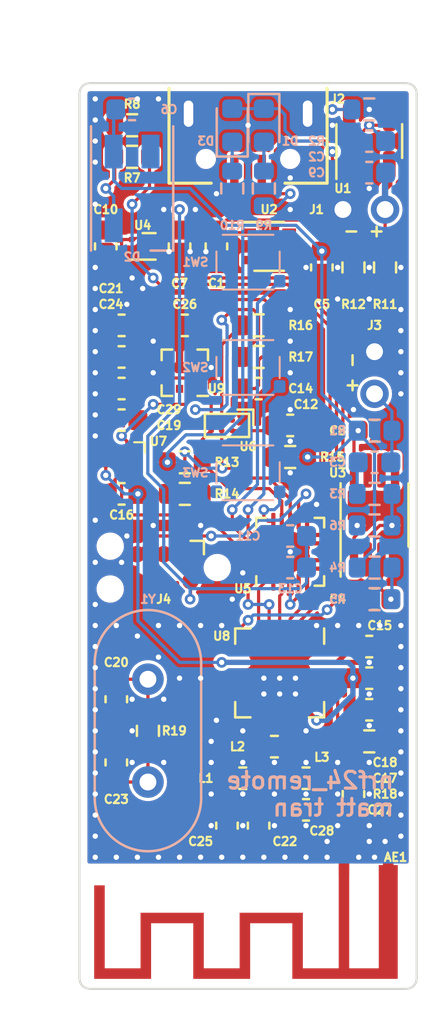
<source format=kicad_pcb>
(kicad_pcb (version 20240108) (generator "pcbnew") (generator_version "8.0")
  (layers (0 "F.Cu" signal) (31 "B.Cu" signal) (34 "B.Paste" user) (35 "F.Paste" user) (36 "B.SilkS" user "B.Silkscreen") (37 "F.SilkS" user "F.Silkscreen") (38 "B.Mask" user) (39 "F.Mask" user) (44 "Edge.Cuts" user))
  (net 0 "")
  (net 1 "GND")
  (net 2 "+BATT")
  (net 3 "+5V")
  (net 4 "Net-(C3-Pad1)")
  (net 5 "Net-(C3-Pad2)")
  (net 6 "Net-(C4-Pad2)")
  (net 7 "+3V3")
  (net 8 "+1V8")
  (net 9 "Net-(C12-Pad1)")
  (net 10 "Net-(C15-Pad1)")
  (net 11 "Net-(C22-Pad2)")
  (net 12 "Net-(C26-Pad1)")
  (net 13 "Net-(C27-Pad1)")
  (net 14 "Net-(D1-Pad1)")
  (net 15 "Net-(D1-Pad2)")
  (net 17 "Net-(D2-Pad4)")
  (net 18 "Net-(D3-Pad1)")
  (net 22 "/UPDI")
  (net 25 "/dbg_tx")
  (net 26 "Net-(L1-Pad1)")
  (net 27 "Net-(L2-Pad2)")
  (net 28 "Net-(R2-Pad1)")
  (net 29 "Net-(R3-Pad2)")
  (net 30 "/mic")
  (net 31 "/led")
  (net 32 "/vbatt_sense")
  (net 33 "/SCL")
  (net 34 "/SDA")
  (net 35 "/SDA_1v8")
  (net 36 "/SCL_1v8")
  (net 37 "Net-(R18-Pad1)")
  (net 38 "/btn0")
  (net 39 "/btn1")
  (net 40 "/btn2")
  (net 41 "/reg_en")
  (net 46 "/MISO")
  (net 47 "/SCK")
  (net 48 "/CSN")
  (net 49 "/CE")
  (net 50 "/IRQ")
  (net 51 "/INT1")
  (net 52 "/MOSI")
  (net 53 "/INT1_1v8")
  (net 58 "/XTAL-")
  (net 59 "/XTAL+")
  (net 60 "/ANT")
  (footprint "Package_DFN_QFN:UDFN-4-1EP_1x1mm_P0.65mm_EP0.48x0.48mm" (layer "F.Cu") (at 135 101.75)
    (property "Reference" "U4")
    (property "Value" "LD39020DTPU18R")
  )
  (footprint "extraparts:NXP_XSON-8" (layer "F.Cu") (at 134 111.75 -90)
    (property "Reference" "U7")
    (property "Value" "74LVC2T45GT")
  )
  (footprint "Inductor_SMD:L_0603_1608Metric" (layer "F.Cu") (at 141.25 125.5)
    (property "Reference" "L2")
    (property "Value" "8n2")
  )
  (footprint "Capacitor_SMD:C_0603_1608Metric" (layer "F.Cu") (at 139 129.25 90)
    (property "Reference" "C25")
    (property "Value" "4p7")
  )
  (footprint "Resistor_SMD:R_0603_1608Metric" (layer "F.Cu") (at 145 102.75 90)
    (property "Reference" "R12")
    (property "Value" "10M")
  )
  (footprint "Capacitor_SMD:C_0603_1608Metric" (layer "F.Cu") (at 143.5 102.75 -90)
    (property "Reference" "C5")
    (property "Value" "1u")
  )
  (footprint "Resistor_SMD:R_0603_1608Metric" (layer "F.Cu") (at 145.75 125.25)
    (property "Reference" "R18")
    (property "Value" "22k")
  )
  (footprint "Package_TO_SOT_SMD:SOT-23-5" (layer "F.Cu") (at 145.75 96.75 90)
    (property "Reference" "U1")
    (property "Value" "MCP73831-2-OT")
  )
  (footprint "Resistor_SMD:R_0603_1608Metric" (layer "F.Cu") (at 137 112)
    (property "Reference" "R13")
    (property "Value" "2k2")
  )
  (footprint "Capacitor_SMD:C_0603_1608Metric" (layer "F.Cu") (at 134 108.5 180)
    (property "Reference" "C29")
    (property "Value" "100n")
  )
  (footprint "Capacitor_SMD:C_0603_1608Metric" (layer "F.Cu") (at 145.75 122.25)
    (property "Reference" "C18")
    (property "Value" "1n")
  )
  (footprint "extraparts:USB_Micro-B_U254-05" (layer "F.Cu") (at 140 94 180)
    (property "Reference" "J2")
    (property "Value" "charge")
  )
  (footprint "Capacitor_SMD:C_0603_1608Metric" (layer "F.Cu") (at 134 107 180)
    (property "Reference" "C24")
    (property "Value" "100n")
  )
  (footprint "Capacitor_SMD:C_0603_1608Metric" (layer "F.Cu") (at 145.75 123.75)
    (property "Reference" "C17")
    (property "Value" "10n")
  )
  (footprint "Resistor_SMD:R_0603_1608Metric" (layer "F.Cu") (at 135.25 124.75 -90)
    (property "Reference" "R19")
    (property "Value" "1M")
  )
  (footprint "Connector_PinHeader_2.00mm:PinHeader_1x02_P2.00mm_Vertical" (layer "F.Cu") (at 146 106.75)
    (property "Reference" "J3")
    (property "Value" "mic")
  )
  (footprint "Package_DFN_QFN:VQFN-20-1EP_3x3mm_P0.4mm_EP1.7x1.7mm" (layer "F.Cu") (at 142 116.25 90)
    (property "Reference" "U5")
    (property "Value" "ATtiny1616-M")
  )
  (footprint "Capacitor_SMD:C_0603_1608Metric" (layer "F.Cu") (at 137 105.5 180)
    (property "Reference" "C26")
    (property "Value" "220n")
  )
  (footprint "Inductor_SMD:L_0603_1608Metric" (layer "F.Cu") (at 139.75 127 180)
    (property "Reference" "L1")
    (property "Value" "2n7")
  )
  (footprint "Package_TO_SOT_SMD:SOT-353_SC-70-5" (layer "F.Cu") (at 141 101.75)
    (property "Reference" "U2")
    (property "Value" "MIC5365-3.3YC5")
  )
  (footprint "Capacitor_SMD:C_0603_1608Metric" (layer "F.Cu") (at 142 110.25)
    (property "Reference" "C12")
    (property "Value" "100n")
  )
  (footprint "Package_DFN_QFN:QFN-20-1EP_4x4mm_P0.5mm_EP2.5x2.5mm" (layer "F.Cu") (at 141.5 122 -90)
    (property "Reference" "U8")
    (property "Value" "nRF24L01P")
  )
  (footprint "Resistor_SMD:R_0603_1608Metric" (layer "F.Cu") (at 146.5 102.75 -90)
    (property "Reference" "R11")
    (property "Value" "10M")
  )
  (footprint "Capacitor_SMD:C_0603_1608Metric" (layer "F.Cu") (at 140.5 129.25 90)
    (property "Reference" "C22")
    (property "Value" "2n2")
  )
  (footprint "Resistor_SMD:R_0603_1608Metric" (layer "F.Cu") (at 137 113.5)
    (property "Reference" "R14")
    (property "Value" "2k2")
  )
  (footprint "RF_Antenna:Texas_SWRA117D_2.4GHz_Right" (layer "F.Cu") (at 144.55 131.375 180)
    (property "Reference" "AE1")
    (property "Value" "2.4GHz")
  )
  (footprint "Resistor_SMD:R_0603_1608Metric" (layer "F.Cu") (at 140.5 105.5 180)
    (property "Reference" "R16")
    (property "Value" "2k2")
  )
  (footprint "Capacitor_SMD:C_0603_1608Metric" (layer "F.Cu") (at 146 110.5)
    (property "Reference" "C8")
    (property "Value" "100n")
  )
  (footprint "Capacitor_SMD:C_0603_1608Metric" (layer "F.Cu") (at 134 113.5 180)
    (property "Reference" "C16")
    (property "Value" "100n")
  )
  (footprint "Resistor_SMD:R_0603_1608Metric" (layer "F.Cu") (at 134.5 97.5 180)
    (property "Reference" "R7")
    (property "Value" "2k2")
  )
  (footprint "Capacitor_SMD:C_0603_1608Metric" (layer "F.Cu") (at 145.75 120.75)
    (property "Reference" "C15")
    (property "Value" "33n")
  )
  (footprint "Capacitor_SMD:C_0603_1608Metric" (layer "F.Cu") (at 145 127.75 -90)
    (property "Reference" "C27")
    (property "Value" "1p5")
  )
  (footprint "Resistor_SMD:R_0603_1608Metric" (layer "F.Cu") (at 140.5 107 180)
    (property "Reference" "R17")
    (property "Value" "2k2")
  )
  (footprint "Package_SO:MSOP-8_3x3mm_P0.65mm" (layer "F.Cu") (at 146 114.5 90)
    (property "Reference" "U3")
    (property "Value" "MCP6L02x-xMS")
  )
  (footprint "Connector:Tag-Connect_TC2030-IDC-NL_2x03_P1.27mm_Vertical" (layer "F.Cu") (at 136 117 180)
    (property "Reference" "J4")
    (property "Value" "UPDI/UART")
  )
  (footprint "Capacitor_SMD:C_0603_1608Metric" (layer "F.Cu") (at 133.25 101.75 -90)
    (property "Reference" "C10")
    (property "Value" "1u")
  )
  (footprint "Capacitor_SMD:C_0603_1608Metric" (layer "F.Cu") (at 133.75 126.25 90)
    (property "Reference" "C23")
    (property "Value" "22p")
  )
  (footprint "Capacitor_SMD:C_0603_1608Metric" (layer "F.Cu") (at 138.5 101.75 -90)
    (property "Reference" "C1")
    (property "Value" "1u")
  )
  (footprint "Resistor_SMD:R_0603_1608Metric" (layer "F.Cu") (at 142 111.75 180)
    (property "Reference" "R15")
    (property "Value" "220k")
  )
  (footprint "Connector_PinHeader_2.00mm:PinHeader_1x02_P2.00mm_Vertical" (layer "F.Cu") (at 144.5 100 90)
    (property "Reference" "J1")
    (property "Value" "lipo")
  )
  (footprint "Resistor_SMD:R_0603_1608Metric" (layer "F.Cu") (at 134.5 96)
    (property "Reference" "R8")
    (property "Value" "10k")
  )
  (footprint "Capacitor_SMD:C_0603_1608Metric" (layer "F.Cu") (at 134 110 180)
    (property "Reference" "C19")
    (property "Value" "100n")
  )
  (footprint "Capacitor_SMD:C_0603_1608Metric" (layer "F.Cu") (at 142.75 128.5 180)
    (property "Reference" "C28")
    (property "Value" "1p")
  )
  (footprint "Capacitor_SMD:C_0603_1608Metric" (layer "F.Cu") (at 133.75 123.25 -90)
    (property "Reference" "C20")
    (property "Value" "22p")
  )
  (footprint "Capacitor_SMD:C_0603_1608Metric" (layer "F.Cu") (at 146 118.5)
    (property "Reference" "C4")
    (property "Value" "100n")
  )
  (footprint "Capacitor_SMD:C_0603_1608Metric" (layer "F.Cu") (at 136.75 101.75 -90)
    (property "Reference" "C7")
    (property "Value" "1u")
  )
  (footprint "Package_BGA:Texas_DSBGA-8_0.9x1.9mm_Layout2x4_P0.5mm" (layer "F.Cu") (at 139 110.25 -90)
    (property "Reference" "U6")
    (property "Value" "LSF0102YZT")
  )
  (footprint "Capacitor_SMD:C_0603_1608Metric" (layer "F.Cu") (at 134 105.5 180)
    (property "Reference" "C21")
    (property "Value" "10u")
  )
  (footprint "Capacitor_SMD:C_0603_1608Metric" (layer "F.Cu") (at 140.5 108.5)
    (property "Reference" "C14")
    (property "Value" "100n")
  )
  (footprint "Package_LGA:LGA-12_2x2mm_P0.5mm" (layer "F.Cu") (at 137 107.75 180)
    (property "Reference" "U9")
    (property "Value" "LSM303AH")
  )
  (footprint "Inductor_SMD:L_0603_1608Metric" (layer "F.Cu") (at 142.75 127)
    (property "Reference" "L3")
    (property "Value" "3n9")
  )
  (footprint "Resistor_SMD:R_0603_1608Metric" (layer "B.Cu") (at 145.75 95.25)
    (property "Reference" "R2")
    (property "Value" "2k2")
  )
  (footprint "extraparts:SW_SPST_EVPAF" (layer "B.Cu") (at 140 107.5 180)
    (property "Reference" "SW2")
    (property "Value" "BTN1")
  )
  (footprint "Capacitor_SMD:C_0603_1608Metric" (layer "B.Cu") (at 134.5 95.25)
    (property "Reference" "C6")
    (property "Value" "100n")
  )
  (footprint "Resistor_SMD:R_0603_1608Metric" (layer "B.Cu") (at 139.25 99 -90)
    (property "Reference" "R10")
    (property "Value" "2k2")
  )
  (footprint "Capacitor_SMD:C_0603_1608Metric" (layer "B.Cu") (at 145.75 98.25 180)
    (property "Reference" "C9")
    (property "Value" "10u")
  )
  (footprint "Resistor_SMD:R_0603_1608Metric" (layer "B.Cu") (at 146 117)
    (property "Reference" "R4")
    (property "Value" "100k")
  )
  (footprint "LED_SMD:LED_SK6812MINI_PLCC4_3.5x3.5mm_P1.75mm" (layer "B.Cu") (at 134.5 99 -90)
    (property "Reference" "D2")
    (property "Value" "WS2812B")
  )
  (footprint "Capacitor_SMD:C_0603_1608Metric" (layer "B.Cu") (at 142 115.5 180)
    (property "Reference" "C11")
    (property "Value" "1u")
  )
  (footprint "Crystal:Crystal_HC49-4H_Vertical" (layer "B.Cu") (at 135.25 122.3 -90)
    (property "Reference" "Y1")
    (property "Value" "16MHz")
  )
  (footprint "Capacitor_SMD:C_0603_1608Metric" (layer "B.Cu") (at 145.75 96.75 180)
    (property "Reference" "C2")
    (property "Value" "10u")
  )
  (footprint "LED_SMD:LED_0603_1608Metric" (layer "B.Cu") (at 140.75 96 -90)
    (property "Reference" "D1")
    (property "Value" "CHRG")
  )
  (footprint "LED_SMD:LED_0603_1608Metric" (layer "B.Cu") (at 139.25 96 90)
    (property "Reference" "D3")
    (property "Value" "FULL")
  )
  (footprint "Resistor_SMD:R_0603_1608Metric" (layer "B.Cu") (at 140.75 99 -90)
    (property "Reference" "R9")
    (property "Value" "2k2")
  )
  (footprint "Resistor_SMD:R_0603_1608Metric" (layer "B.Cu") (at 146 113.5)
    (property "Reference" "R3")
    (property "Value" "47k")
  )
  (footprint "Resistor_SMD:R_0603_1608Metric" (layer "B.Cu") (at 146 110.5)
    (property "Reference" "R1")
    (property "Value" "10k")
  )
  (footprint "Capacitor_SMD:C_0603_1608Metric" (layer "B.Cu") (at 146 112)
    (property "Reference" "C3")
    (property "Value" "1u")
  )
  (footprint "Resistor_SMD:R_0603_1608Metric" (layer "B.Cu") (at 146 118.5 180)
    (property "Reference" "R5")
    (property "Value" "47k")
  )
  (footprint "Capacitor_SMD:C_0603_1608Metric" (layer "B.Cu") (at 142 117 180)
    (property "Reference" "C13")
    (property "Value" "100n")
  )
  (footprint "extraparts:SW_SPST_EVPAF" (layer "B.Cu") (at 140 112.5 180)
    (property "Reference" "SW3")
    (property "Value" "BTN2")
  )
  (footprint "extraparts:SW_SPST_EVPAF" (layer "B.Cu") (at 140 102.5 180)
    (property "Reference" "SW1")
    (property "Value" "BTN0")
  )
  (footprint "Resistor_SMD:R_0603_1608Metric" (layer "B.Cu") (at 146 115 180)
    (property "Reference" "R6")
    (property "Value" "1M")
  )
  (gr_arc (start 132.5 137) (mid 132.146447 136.853553) (end 132 136.5) (stroke (width 0.1)) (layer "Edge.Cuts"))
  (gr_arc (start 147.5 94) (mid 147.853553 94.146447) (end 148 94.5) (stroke (width 0.1)) (layer "Edge.Cuts"))
  (gr_line (start 148 94.5) (end 148 136.5) (stroke (width 0.1)) (layer "Edge.Cuts"))
  (gr_line (start 132.5 94) (end 147.5 94) (stroke (width 0.1)) (layer "Edge.Cuts"))
  (gr_arc (start 148 136.5) (mid 147.853553 136.853553) (end 147.5 137) (stroke (width 0.1)) (layer "Edge.Cuts"))
  (gr_arc (start 132 94.5) (mid 132.146447 94.146447) (end 132.5 94) (stroke (width 0.1)) (layer "Edge.Cuts"))
  (gr_line (start 132 136.5) (end 132 94.5) (stroke (width 0.1)) (layer "Edge.Cuts"))
  (gr_line (start 132.5 137) (end 147.5 137) (stroke (width 0.1)) (layer "Edge.Cuts"))
  (gr_text "nrf24_remote\nmatt tran" (at 147 127.75 0) (layer "B.SilkS") (effects (font (size 0.8 0.8)) (justify left mirror)))
  (gr_text "- +" (at 145.5 101 0) (layer "F.SilkS") (effects (font (size 0.6 0.6) (thickness 0.12))))
  (gr_text "- +" (at 145 107.75 270) (layer "F.SilkS") (effects (font (size 0.6 0.6) (thickness 0.12))))
  (segment (start 146.65 131.375) (end 146.65 130.65) (width 0.5) (layer "F.Cu") (net 1))
  (via (at 132.75 102.75) (size 0.508) (drill 0.254) (layers "F.Cu" "B.Cu") (net 1))
  (via (at 135.75 94.75) (size 0.508) (drill 0.254) (layers "F.Cu" "B.Cu") (net 1))
  (via (at 136.75 122.25) (size 0.508) (drill 0.254) (layers "F.Cu" "B.Cu") (net 1))
  (via (at 145.75 123) (size 0.508) (drill 0.254) (layers "F.Cu" "B.Cu") (net 1))
  (via (at 142 116.25) (size 0.508) (drill 0.254) (layers "F.Cu" "B.Cu") (net 1))
  (via (at 132.75 104.75) (size 0.508) (drill 0.254) (layers "F.Cu" "B.Cu") (net 1))
  (via (at 133.75 130.75) (size 0.508) (drill 0.254) (layers "F.Cu" "B.Cu") (net 1))
  (via (at 132.75 99.75) (size 0.508) (drill 0.254) (layers "F.Cu" "B.Cu") (net 1))
  (via (at 142 111) (size 0.508) (drill 0.254) (layers "F.Cu" "B.Cu") (net 1))
  (via (at 132.75 125.75) (size 0.508) (drill 0.254) (layers "F.Cu" "B.Cu") (net 1))
  (via (at 142 109.5) (size 0.508) (drill 0.254) (layers "F.Cu" "B.Cu") (net 1))
  (via (at 133.75 119.75) (size 0.508) (drill 0.254) (layers "F.Cu" "B.Cu") (net 1))
  (via (at 145.75 102.75) (size 0.508) (drill 0.254) (layers "F.Cu" "B.Cu") (net 1))
  (via (at 142 107.75) (size 0.508) (drill 0.254) (layers "F.Cu" "B.Cu") (net 1))
  (via (at 147.25 123.75) (size 0.508) (drill 0.254) (layers "F.Cu" "B.Cu") (net 1))
  (via (at 142.75 124.75) (size 0.508) (drill 0.254) (layers "F.Cu" "B.Cu") (net 1))
  (via (at 140 96) (size 0.508) (drill 0.254) (layers "F.Cu" "B.Cu") (net 1))
  (via (at 135 103.75) (size 0.508) (drill 0.254) (layers "F.Cu" "B.Cu") (net 1))
  (via (at 135.5 106.25) (size 0.508) (drill 0.254) (layers "F.Cu" "B.Cu") (net 1))
  (via (at 138 102) (size 0.508) (drill 0.254) (layers "F.Cu" "B.Cu") (net 1))
  (via (at 134.75 120.25) (size 0.508) (drill 0.254) (layers "F.Cu" "B.Cu") (net 1))
  (via (at 145.75 124.5) (size 0.508) (drill 0.254) (layers "F.Cu" "B.Cu") (net 1))
  (via (at 147.25 108.75) (size 0.508) (drill 0.254) (layers "F.Cu" "B.Cu") (net 1))
  (via (at 132.75 127.75) (size 0.508) (drill 0.254) (layers "F.Cu" "B.Cu") (net 1))
  (via (at 147.25 127.75) (size 0.508) (drill 0.254) (layers "F.Cu" "B.Cu") (net 1))
  (via (at 142.75 127.75) (size 0.508) (drill 0.254) (layers "F.Cu" "B.Cu") (net 1))
  (via (at 141.25 127.75) (size 0.508) (drill 0.254) (layers "F.Cu" "B.Cu") (net 1))
  (via (at 143.75 130.75) (size 0.508) (drill 0.254) (layers "F.Cu" "B.Cu") (net 1))
  (via (at 140.75 122.25) (size 0.508) (drill 0.254) (layers "F.Cu" "B.Cu") (net 1))
  (via (at 147.25 105.75) (size 0.508) (drill 0.254) (layers "F.Cu" "B.Cu") (net 1))
  (via (at 142.25 123) (size 0.508) (drill 0.254) (layers "F.Cu" "B.Cu") (net 1))
  (via (at 136.75 119.75) (size 0.508) (drill 0.254) (layers "F.Cu" "B.Cu") (net 1))
  (via (at 141.25 129.25) (size 0.508) (drill 0.254) (layers "F.Cu" "B.Cu") (net 1))
  (via (at 134.25 115.5) (size 0.508) (drill 0.254) (layers "F.Cu" "B.Cu") (net 1))
  (via (at 138.25 107.5) (size 0.508) (drill 0.254) (layers "F.Cu" "B.Cu") (net 1))
  (via (at 132.75 105.75) (size 0.508) (drill 0.254) (layers "F.Cu" "B.Cu") (net 1))
  (via (at 145.75 99) (size 0.508) (drill 0.254) (layers "F.Cu" "B.Cu") (net 1))
  (via (at 139.75 129.25) (size 0.508) (drill 0.254) (layers "F.Cu" "B.Cu") (net 1))
  (via (at 136.75 130.75) (size 0.508) (drill 0.254) (layers "F.Cu" "B.Cu") (net 1))
  (via (at 144.25 129.25) (size 0.508) (drill 0.254) (layers "F.Cu" "B.Cu") (net 1))
  (via (at 141.5 123) (size 0.508) (drill 0.254) (layers "F.Cu" "B.Cu") (net 1))
  (via (at 142 100) (size 0.508) (drill 0.254) (layers "F.Cu" "B.Cu") (net 1))
  (via (at 146.5 130) (size 0.508) (drill 0.254) (layers "F.Cu" "B.Cu") (net 1))
  (via (at 132.75 120.75) (size 0.508) (drill 0.254) (layers "F.Cu" "B.Cu") (net 1))
  (via (at 147.25 106.75) (size 0.508) (drill 0.254) (layers "F.Cu" "B.Cu") (net 1))
  (via (at 134.5 126.25) (size 0.508) (drill 0.254) (layers "F.Cu" "B.Cu") (net 1))
  (via (at 132.75 119.75) (size 0.508) (drill 0.254) (layers "F.Cu" "B.Cu") (net 1))
  (via (at 147.25 121.75) (size 0.508) (drill 0.254) (layers "F.Cu" "B.Cu") (net 1))
  (via (at 139.75 126.25) (size 0.508) (drill 0.254) (layers "F.Cu" "B.Cu") (net 1))
  (via (at 136.25 102) (size 0.508) (drill 0.254) (layers "F.Cu" "B.Cu") (net 1))
  (via (at 138.25 129.25) (size 0.508) (drill 0.254) (layers "F.Cu" "B.Cu") (net 1))
  (via (at 145.75 95.25) (size 0.508) (drill 0.254) (layers "F.Cu" "B.Cu") (net 1))
  (via (at 135.75 121.25) (size 0.508) (drill 0.254) (layers "F.Cu" "B.Cu") (net 1))
  (via (at 141.75 130.75) (size 0.508) (drill 0.254) (layers "F.Cu" "B.Cu") (net 1))
  (via (at 136 126.25) (size 0.508) (drill 0.254) (layers "F.Cu" "B.Cu") (net 1))
  (via (at 138.75 130.75) (size 0.508) (drill 0.254) (layers "F.Cu" "B.Cu") (net 1))
  (via (at 138.5 124.25) (size 0.508) (drill 0.254) (layers "F.Cu" "B.Cu") (net 1))
  (via (at 135.5 115) (size 0.508) (drill 0.254) (layers "F.Cu" "B.Cu") (net 1))
  (via (at 147.25 122.75) (size 0.508) (drill 0.254) (layers "F.Cu" "B.Cu") (net 1))
  (via (at 144.25 127.75) (size 0.508) (drill 0.254) (layers "F.Cu" "B.Cu") (net 1))
  (via (at 145 109.5) (size 0.508) (drill 0.254) (layers "F.Cu" "B.Cu") (net 1))
  (via (at 137.75 130.75) (size 0.508) (drill 0.254) (layers "F.Cu" "B.Cu") (net 1))
  (via (at 137.75 122.25) (size 0.508) (drill 0.254) (layers "F.Cu" "B.Cu") (net 1))
  (via (at 140.75 123) (size 0.508) (drill 0.254) (layers "F.Cu" "B.Cu") (net 1))
  (via (at 132.75 94.75) (size 0.508) (drill 0.254) (layers "F.Cu" "B.Cu") (net 1))
  (via (at 139.75 117.25) (size 0.508) (drill 0.254) (layers "F.Cu" "B.Cu") (net 1))
  (via (at 142.75 129.25) (size 0.508) (drill 0.254) (layers "F.Cu" "B.Cu") (net 1))
  (via (at 144.25 126.25) (size 0.508) (drill 0.254) (layers "F.Cu" "B.Cu") (net 1))
  (via (at 142.75 102.75) (size 0.508) (drill 0.254) (layers "F.Cu" "B.Cu") (net 1))
  (via (at 144.25 104.25) (size 0.508) (drill 0.254) (layers "F.Cu" "B.Cu") (net 1))
  (via (at 147.25 102.75) (size 0.508) (drill 0.254) (layers "F.Cu" "B.Cu") (net 1))
  (via (at 142.75 130.75) (size 0.508) (drill 0.254) (layers "F.Cu" "B.Cu") (net 1))
  (via (at 144.25 119.75) (size 0.508) (drill 0.254) (layers "F.Cu" "B.Cu") (net 1))
  (via (at 145.75 130) (size 0.508) (drill 0.254) (layers "F.Cu" "B.Cu") (net 1))
  (via (at 132.75 129.75) (size 0.508) (drill 0.254) (layers "F.Cu" "B.Cu") (net 1))
  (via (at 136 100) (size 0.508) (drill 0.254) (layers "F.Cu" "B.Cu") (net 1))
  (via (at 143.75 130) (size 0.508) (drill 0.254) (layers "F.Cu" "B.Cu") (net 1))
  (via (at 146 130.75) (size 0.508) (drill 0.254) (layers "F.Cu" "B.Cu") (net 1))
  (via (at 132.75 126.75) (size 0.508) (drill 0.254) (layers "F.Cu" "B.Cu") (net 1))
  (via (at 145.75 121.5) (size 0.508) (drill 0.254) (layers "F.Cu" "B.Cu") (net 1))
  (via (at 145.75 127.75) (size 0.508) (drill 0.254) (layers "F.Cu" "B.Cu") (net 1))
  (via (at 139.25 118.5) (size 0.508) (drill 0.254) (layers "F.Cu" "B.Cu") (net 1))
  (via (at 144.25 102.75) (size 0.508) (drill 0.254) (layers "F.Cu" "B.Cu") (net 1))
  (via (at 132.75 116.75) (size 0.508) (drill 0.254) (layers "F.Cu" "B.Cu") (net 1))
  (via (at 132.75 96.75) (size 0.508) (drill 0.254) (layers "F.Cu" "B.Cu") (net 1))
  (via (at 132.75 128.75) (size 0.508) (drill 0.254) (layers "F.Cu" "B.Cu") (net 1))
  (via (at 147.25 107.75) (size 0.508) (drill 0.254) (layers "F.Cu" "B.Cu") (net 1))
  (via (at 135.5 107.75) (size 0.508) (drill 0.254) (layers "F.Cu" "B.Cu") (net 1))
  (via (at 139.75 130.75) (size 0.508) (drill 0.254) (layers "F.Cu" "B.Cu") (net 1))
  (via (at 134.5 123.25) (size 0.508) (drill 0.254) (layers "F.Cu" "B.Cu") (net 1))
  (via (at 136 123.25) (size 0.508) (drill 0.254) (layers "F.Cu" "B.Cu") (net 1))
  (via (at 145.75 129.25) (size 0.508) (drill 0.254) (layers "F.Cu" "B.Cu") (net 1))
  (via (at 138.25 126.25) (size 0.508) (drill 0.254) (layers "F.Cu" "B.Cu") (net 1))
  (via (at 137.75 119.75) (size 0.508) (drill 0.254) (layers "F.Cu" "B.Cu") (net 1))
  (via (at 137.5 100) (size 0.508) (drill 0.254) (layers "F.Cu" "B.Cu") (net 1))
  (via (at 132.75 97.75) (size 0.508) (drill 0.254) (layers "F.Cu" "B.Cu") (net 1))
  (via (at 145.75 126.25) (size 0.508) (drill 0.254) (layers "F.Cu" "B.Cu") (net 1))
  (via (at 141.25 126.25) (size 0.508) (drill 0.254) (layers "F.Cu" "B.Cu") (net 1))
  (via (at 138.5 99.25) (size 0.508) (drill 0.254) (layers "F.Cu" "B.Cu") (net 1))
  (via (at 142 112.5) (size 0.508) (drill 0.254) (layers "F.Cu" "B.Cu") (net 1))
  (via (at 147.25 129.75) (size 0.508) (drill 0.254) (layers "F.Cu" "B.Cu") (net 1))
  (via (at 134.25 104.5) (size 0.508) (drill 0.254) (layers "F.Cu" "B.Cu") (net 1))
  (via (at 132.75 106.75) (size 0.508) (drill 0.254) (layers "F.Cu" "B.Cu") (net 1))
  (via (at 134.75 94.75) (size 0.508) (drill 0.254) (layers "F.Cu" "B.Cu") (net 1))
  (via (at 132.75 109.75) (size 0.508) (drill 0.254) (layers "F.Cu" "B.Cu") (net 1))
  (via (at 134.75 130.75) (size 0.508) (drill 0.254) (layers "F.Cu" "B.Cu") (net 1))
  (via (at 137.75 115) (size 0.508) (drill 0.254) (layers "F.Cu" "B.Cu") (net 1))
  (via (at 132.75 114.75) (size 0.508) (drill 0.254) (layers "F.Cu" "B.Cu") (net 1))
  (via (at 132.75 118.75) (size 0.508) (drill 0.254) (layers "F.Cu" "B.Cu") (net 1))
  (via (at 134 116.75) (size 0.508) (drill 0.254) (layers "F.Cu" "B.Cu") (net 1))
  (via (at 132.75 110.75) (size 0.508) (drill 0.254) (layers "F.Cu" "B.Cu") (net 1))
  (via (at 138.25 127.75) (size 0.508) (drill 0.254) (layers "F.Cu" "B.Cu") (net 1))
  (via (at 143.25 119.75) (size 0.508) (drill 0.254) (layers "F.Cu" "B.Cu") (net 1))
  (via (at 142 98.5) (size 0.508) (drill 0.254) (layers "F.Cu" "B.Cu") (net 1))
  (via (at 138.75 119.75) (size 0.508) (drill 0.254) (layers "F.Cu" "B.Cu") (net 1))
  (via (at 139.75 127.75) (size 0.508) (drill 0.254) (layers "F.Cu" "B.Cu") (net 1))
  (via (at 147.25 124.75) (size 0.508) (drill 0.254) (layers "F.Cu" "B.Cu") (net 1))
  (via (at 147.25 119.75) (size 0.508) (drill 0.254) (layers "F.Cu" "B.Cu") (net 1))
  (via (at 132.75 108.75) (size 0.508) (drill 0.254) (layers "F.Cu" "B.Cu") (net 1))
  (via (at 134.5 124.75) (size 0.508) (drill 0.254) (layers "F.Cu" "B.Cu") (net 1))
  (via (at 139.75 124.75) (size 0.508) (drill 0.254) (layers "F.Cu" "B.Cu") (net 1))
  (via (at 138.25 125.25) (size 0.508) (drill 0.254) (layers "F.Cu" "B.Cu") (net 1))
  (via (at 135.75 130.75) (size 0.508) (drill 0.254) (layers "F.Cu" "B.Cu") (net 1))
  (via (at 143.25 114) (size 0.508) (drill 0.254) (layers "F.Cu" "B.Cu") (net 1))
  (via (at 142.75 126.25) (size 0.508) (drill 0.254) (layers "F.Cu" "B.Cu") (net 1))
  (via (at 132.75 121.75) (size 0.508) (drill 0.254) (layers "F.Cu" "B.Cu") (net 1))
  (via (at 132.75 130.75) (size 0.508) (drill 0.254) (layers "F.Cu" "B.Cu") (net 1))
  (via (at 145.25 130.75) (size 0.508) (drill 0.254) (layers "F.Cu" "B.Cu") (net 1))
  (via (at 134.5 103.25) (size 0.508) (drill 0.254) (layers "F.Cu" "B.Cu") (net 1))
  (via (at 142 104.75) (size 0.508) (drill 0.254) (layers "F.Cu" "B.Cu") (net 1))
  (via (at 141.5 122.25) (size 0.508) (drill 0.254) (layers "F.Cu" "B.Cu") (net 1))
  (via (at 140.75 130.75) (size 0.508) (drill 0.254) (layers "F.Cu" "B.Cu") (net 1))
  (via (at 146.25 119.75) (size 0.508) (drill 0.254) (layers "F.Cu" "B.Cu") (net 1))
  (via (at 132.75 123.75) (size 0.508) (drill 0.254) (layers "F.Cu" "B.Cu") (net 1))
  (via (at 142.25 122.25) (size 0.508) (drill 0.254) (layers "F.Cu" "B.Cu") (net 1))
  (via (at 132.75 95.75) (size 0.508) (drill 0.254) (layers "F.Cu" "B.Cu") (net 1))
  (via (at 147.25 120.75) (size 0.508) (drill 0.254) (layers "F.Cu" "B.Cu") (net 1))
  (via (at 142 106.25) (size 0.508) (drill 0.254) (layers "F.Cu" "B.Cu") (net 1))
  (via (at 144 96) (size 0.508) (drill 0.254) (layers "F.Cu" "B.Cu") (net 1))
  (via (at 147.25 126.75) (size 0.508) (drill 0.254) (layers "F.Cu" "B.Cu") (net 1))
  (via (at 132.75 124.75) (size 0.508) (drill 0.254) (layers "F.Cu" "B.Cu") (net 1))
  (via (at 132.75 103.75) (size 0.508) (drill 0.254) (layers "F.Cu" "B.Cu") (net 1))
  (via (at 132.75 122.75) (size 0.508) (drill 0.254) (layers "F.Cu" "B.Cu") (net 1))
  (via (at 145.75 104.25) (size 0.508) (drill 0.254) (layers "F.Cu" "B.Cu") (net 1))
  (via (at 137.25 102) (size 0.508) (drill 0.254) (layers "F.Cu" "B.Cu") (net 1))
  (via (at 145.25 119.75) (size 0.508) (drill 0.254) (layers "F.Cu" "B.Cu") (net 1))
  (via (at 132.75 107.75) (size 0.508) (drill 0.254) (layers "F.Cu" "B.Cu") (net 1))
  (via (at 147.25 104.75) (size 0.508) (drill 0.254) (layers "F.Cu" "B.Cu") (net 1))
  (via (at 147.25 125.75) (size 0.508) (drill 0.254) (layers "F.Cu" "B.Cu") (net 1))
  (via (at 147.25 128.75) (size 0.508) (drill 0.254) (layers "F.Cu" "B.Cu") (net 1))
  (via (at 135.75 119.75) (size 0.508) (drill 0.254) (layers "F.Cu" "B.Cu") (net 1))
  (segment (start 143.6875 101) (end 143.1875 100.5) (width 0.1524) (layer "F.Cu") (net 2))
  (segment (start 135.54 101.425) (end 135.54 101.21) (width 0.1524) (layer "F.Cu") (net 2))
  (segment (start 146.5 101) (end 146.5 100) (width 0.1524) (layer "F.Cu") (net 2))
  (segment (start 143.1875 100.5) (end 138.975 100.5) (width 0.1524) (layer "F.Cu") (net 2))
  (segment (start 146.5 101) (end 143.6875 101) (width 0.1524) (layer "F.Cu") (net 2))
  (segment (start 140.05 101.1) (end 138.625 101.1) (width 0.1524) (layer "F.Cu") (net 2))
  (segment (start 138.975 100.5) (end 138.5 100.975) (width 0.1524) (layer "F.Cu") (net 2))
  (segment (start 135.775 100.975) (end 136.75 100.975) (width 0.1524) (layer "F.Cu") (net 2))
  (segment (start 137.27 118.48) (end 137.25 118.5) (width 0.1524) (layer "F.Cu") (net 2))
  (segment (start 146.5 101.925) (end 146.5 101) (width 0.1524) (layer "F.Cu") (net 2))
  (segment (start 135.54 101.21) (end 135.775 100.975) (width 0.1524) (layer "F.Cu") (net 2))
  (segment (start 138.625 101.1) (end 138.5 100.975) (width 0.1524) (layer "F.Cu") (net 2))
  (segment (start 146.7 98.8) (end 146.5 99) (width 0.3) (layer "F.Cu") (net 2))
  (segment (start 136.75 100.975) (end 136.75 100) (width 0.1524) (layer "F.Cu") (net 2))
  (segment (start 146.5 99) (end 146.5 100) (width 0.3) (layer "F.Cu") (net 2))
  (segment (start 142.4 118.35) (end 142 118.75) (width 0.1524) (layer "F.Cu") (net 2))
  (segment (start 137.27 117.635) (end 137.27 118.48) (width 0.1524) (layer "F.Cu") (net 2))
  (segment (start 142.4 117.7) (end 142.4 118.35) (width 0.1524) (layer "F.Cu") (net 2))
  (segment (start 146.7 97.8875) (end 146.7 98.8) (width 0.3) (layer "F.Cu") (net 2))
  (segment (start 138.5 100.975) (end 136.75 100.975) (width 0.1524) (layer "F.Cu") (net 2))
  (via (at 136.75 100) (size 0.508) (drill 0.254) (layers "F.Cu" "B.Cu") (net 2))
  (via (at 137.25 118.5) (size 0.508) (drill 0.254) (layers "F.Cu" "B.Cu") (net 2))
  (via (at 142 118.75) (size 0.508) (drill 0.254) (layers "F.Cu" "B.Cu") (net 2))
  (segment (start 146.5 100) (end 146.5 98.275) (width 0.3) (layer "B.Cu") (net 2))
  (segment (start 146.5 98.275) (end 146.525 98.25) (width 0.3) (layer "B.Cu") (net 2))
  (segment (start 142 118) (end 142.5 118) (width 0.1524) (layer "B.Cu") (net 2))
  (segment (start 135.2449 112.537631) (end 136 113.292731) (width 0.1524) (layer "B.Cu") (net 2))
  (segment (start 136.75 109.25) (end 135.2449 110.7551) (width 0.1524) (layer "B.Cu") (net 2))
  (segment (start 136 116.75) (end 137.25 118) (width 0.1524) (layer "B.Cu") (net 2))
  (segment (start 142.5 118) (end 142.775 117.725) (width 0.1524) (layer "B.Cu") (net 2))
  (segment (start 135.2449 110.7551) (end 135.2449 112.537631) (width 0.1524) (layer "B.Cu") (net 2))
  (segment (start 137.25 118) (end 142 118) (width 0.1524) (layer "B.Cu") (net 2))
  (segment (start 137.25 118.5) (end 137.25 118) (width 0.1524) (layer "B.Cu") (net 2))
  (segment (start 142.775 117) (end 142.775 115.5) (width 0.1524) (layer "B.Cu") (net 2))
  (segment (start 136.75 100) (end 136.75 109.25) (width 0.1524) (layer "B.Cu") (net 2))
  (segment (start 142 118) (end 142 118.75) (width 0.1524) (layer "B.Cu") (net 2))
  (segment (start 136 113.292731) (end 136 116.75) (width 0.1524) (layer "B.Cu") (net 2))
  (segment (start 142.775 117.725) (end 142.775 117) (width 0.1524) (layer "B.Cu") (net 2))
  (segment (start 142 99.25) (end 141.5 99.25) (width 0.1524) (layer "F.Cu") (net 3))
  (segment (start 141.3 99.05) (end 141.3 98.1) (width 0.1524) (layer "F.Cu") (net 3))
  (segment (start 141.3 98.1) (end 141.3 97.2) (width 0.1524) (layer "F.Cu") (net 3))
  (segment (start 145 96.75) (end 145.75 96) (width 0.1524) (layer "F.Cu") (net 3))
  (segment (start 141.3 97.2) (end 141.75 96.75) (width 0.1524) (layer "F.Cu") (net 3))
  (segment (start 141.5 99.25) (end 141.3 99.05) (width 0.1524) (layer "F.Cu") (net 3))
  (segment (start 141.75 96.75) (end 145 96.75) (width 0.1524) (layer "F.Cu") (net 3))
  (segment (start 145.75 96) (end 146.75 96) (width 0.1524) (layer "F.Cu") (net 3))
  (segment (start 146.75 95.6625) (end 146.7 95.6125) (width 0.1524) (layer "F.Cu") (net 3))
  (segment (start 146.75 96) (end 146.75 95.6625) (width 0.1524) (layer "F.Cu") (net 3))
  (via (at 145.75 96) (size 0.508) (drill 0.254) (layers "F.Cu" "B.Cu") (net 3))
  (via (at 142 99.25) (size 0.508) (drill 0.254) (layers "F.Cu" "B.Cu") (net 3))
  (segment (start 141.425 99.825) (end 140.75 99.825) (width 0.1524) (layer "B.Cu") (net 3))
  (segment (start 142 99.25) (end 141.425 99.825) (width 0.1524) (layer "B.Cu") (net 3))
  (segment (start 146.525 96.75) (end 146.5 96.75) (width 0.1524) (layer "B.Cu") (net 3))
  (segment (start 146.5 96.75) (end 145.75 96) (width 0.1524) (layer "B.Cu") (net 3))
  (segment (start 145.175 113.5) (end 145.175 112.05) (width 0.1524) (layer "B.Cu") (net 4))
  (segment (start 145.175 112.05) (end 145.225 112) (width 0.1524) (layer "B.Cu") (net 4))
  (segment (start 146.825 110.5) (end 146.825 111.95) (width 0.1524) (layer "B.Cu") (net 5))
  (segment (start 146.825 111.95) (end 146.775 112) (width 0.1524) (layer "B.Cu") (net 5))
  (segment (start 146.825 110.5) (end 146.825 109.575) (width 0.1524) (layer "B.Cu") (net 5))
  (segment (start 146.825 109.575) (end 146 108.75) (width 0.1524) (layer "B.Cu") (net 5))
  (segment (start 146.325 116.6125) (end 146.325 118.05) (width 0.1524) (layer "F.Cu") (net 6))
  (segment (start 146.325 118.05) (end 146.775 118.5) (width 0.1524) (layer "F.Cu") (net 6))
  (via (at 146.775 118.5) (size 0.508) (drill 0.254) (layers "F.Cu" "B.Cu") (net 6))
  (segment (start 146.825 117) (end 146.825 118.5) (width 0.1524) (layer "B.Cu") (net 6))
  (segment (start 139.5625 121.5) (end 138.75 121.5) (width 0.25) (layer "F.Cu") (net 7))
  (segment (start 143.4375 122) (end 144.725 122) (width 0.25) (layer "F.Cu") (net 7))
  (segment (start 142.5 101.9714) (end 142.5036 101.975) (width 0.1524) (layer "F.Cu") (net 7))
  (segment (start 136.175 113.5) (end 134.775 113.5) (width 0.1524) (layer "F.Cu") (net 7))
  (segment (start 141.95 101.7) (end 142.2214 101.9714) (width 0.1524) (layer "F.Cu") (net 7))
  (segment (start 145.025 110.7) (end 145.225 110.5) (width 0.1524) (layer "F.Cu") (net 7))
  (segment (start 136.175 113.5) (end 136.175 112) (width 0.1524) (layer "F.Cu") (net 7))
  (segment (start 141.95 101.1) (end 141.95 101.7) (width 0.1524) (layer "F.Cu") (net 7))
  (segment (start 142.5 123.9375) (end 142.9375 123.9375) (width 0.25) (layer "F.Cu") (net 7))
  (segment (start 142.9375 123.9375) (end 143.25 124.25) (width 0.25) (layer "F.Cu") (net 7))
  (segment (start 145.025 112.3875) (end 145.025 110.7) (width 0.1524) (layer "F.Cu") (net 7))
  (segment (start 134.75 113.475) (end 134.775 113.5) (width 0.1524) (layer "F.Cu") (net 7))
  (segment (start 134.75 112.05) (end 134.75 113.475) (width 0.1524) (layer "F.Cu") (net 7))
  (segment (start 144.725 122) (end 144.975 122.25) (width 0.25) (layer "F.Cu") (net 7))
  (segment (start 133.25 112.05) (end 133.25 112.6191) (width 0.1524) (layer "F.Cu") (net 7))
  (segment (start 142.2214 101.9714) (end 142.5 101.9714) (width 0.1524) (layer "F.Cu") (net 7))
  (segment (start 142.5036 101.975) (end 143.5 101.975) (width 0.1524) (layer "F.Cu") (net 7))
  (segment (start 144.975 122.25) (end 144.975 123.75) (width 0.25) (layer "F.Cu") (net 7))
  (via (at 144.975 122.25) (size 0.508) (drill 0.254) (layers "F.Cu" "B.Cu") (net 7))
  (via (at 143.5 101.975) (size 0.508) (drill 0.254) (layers "F.Cu" "B.Cu") (net 7))
  (via (at 133.25 112.6191) (size 0.508) (drill 0.254) (layers "F.Cu" "B.Cu") (net 7))
  (via (at 145.225 110.5) (size 0.508) (drill 0.254) (layers "F.Cu" "B.Cu") (net 7))
  (via (at 143.25 124.25) (size 0.508) (drill 0.254) (layers "F.Cu" "B.Cu") (net 7))
  (via (at 136.175 112) (size 0.508) (drill 0.254) (layers "F.Cu" "B.Cu") (net 7))
  (via (at 134.775 113.5) (size 0.508) (drill 0.254) (layers "F.Cu" "B.Cu") (net 7))
  (via (at 138.75 121.5) (size 0.508) (drill 0.254) (layers "F.Cu" "B.Cu") (net 7))
  (via (at 142.825 111.75) (size 0.508) (drill 0.254) (layers "F.Cu" "B.Cu") (net 7))
  (segment (start 145.175 110.5) (end 145.175 110.425) (width 0.1524) (layer "B.Cu") (net 7))
  (segment (start 146 116.1) (end 146 111.3875) (width 0.1524) (layer "B.Cu") (net 7))
  (segment (start 145.175 116.925) (end 146 116.1) (width 0.1524) (layer "B.Cu") (net 7))
  (segment (start 133.625 97.25) (end 133.625 98.625) (width 0.1524) (layer "B.Cu") (net 7))
  (segment (start 145.175 117) (end 145.175 116.925) (width 0.1524) (layer "B.Cu") (net 7))
  (segment (start 136.175 111.575) (end 137.0548 110.6952) (width 0.1524) (layer "B.Cu") (net 7))
  (segment (start 139 100.75) (end 139.75 100.75) (width 0.1524) (layer "B.Cu") (net 7))
  (segment (start 142.275 100.75) (end 143.5 101.975) (width 0.1524) (layer "B.Cu") (net 7))
  (segment (start 136.175 112) (end 136.175 111.575) (width 0.1524) (layer "B.Cu") (net 7))
  (segment (start 137.25 99) (end 139 100.75) (width 0.1524) (layer "B.Cu") (net 7))
  (segment (start 134.1309 113.5) (end 133.25 112.6191) (width 0.1524) (layer "B.Cu") (net 7))
  (segment (start 136.75 121.5) (end 138.75 121.5) (width 0.1524) (layer "B.Cu") (net 7))
  (segment (start 144.975 122.25) (end 144.975 121.725) (width 0.25) (layer "B.Cu") (net 7))
  (segment (start 134 99) (end 137.25 99) (width 0.1524) (layer "B.Cu") (net 7))
  (segment (start 144.975 121.725) (end 144.75 121.5) (width 0.25) (layer "B.Cu") (net 7))
  (segment (start 134.775 113.5) (end 134.775 119.525) (width 0.1524) (layer "B.Cu") (net 7))
  (segment (start 144.975 123.025) (end 143.75 124.25) (width 0.25) (layer "B.Cu") (net 7))
  (segment (start 145.175 110.5625) (end 145.175 110.5) (width 0.1524) (layer "B.Cu") (net 7))
  (segment (start 139.75 100.75) (end 142.275 100.75) (width 0.1524) (layer "B.Cu") (net 7))
  (segment (start 138.876252 110.6952) (end 139.75 109.821452) (width 0.1524) (layer "B.Cu") (net 7))
  (segment (start 133.625 95.35) (end 133.725 95.25) (width 0.1524) (layer "B.Cu") (net 7))
  (segment (start 144.975 122.25) (end 144.975 123.025) (width 0.25) (layer "B.Cu") (net 7))
  (segment (start 142.825 111.75) (end 144 111.75) (width 0.1524) (layer "B.Cu") (net 7))
  (segment (start 134.775 119.525) (end 136.75 121.5) (width 0.1524) (layer "B.Cu") (net 7))
  (segment (start 137.0548 110.6952) (end 138.876252 110.6952) (width 0.1524) (layer "B.Cu") (net 7))
  (segment (start 146 111.3875) (end 145.175 110.5625) (width 0.1524) (layer "B.Cu") (net 7))
  (segment (start 133.625 98.625) (end 134 99) (width 0.1524) (layer "B.Cu") (net 7))
  (segment (start 143.75 124.25) (end 143.25 124.25) (width 0.25) (layer "B.Cu") (net 7))
  (segment (start 139.75 109.821452) (end 139.75 100.75) (width 0.1524) (layer "B.Cu") (net 7))
  (segment (start 144 111.75) (end 145.175 110.575) (width 0.1524) (layer "B.Cu") (net 7))
  (segment (start 134.775 113.5) (end 134.1309 113.5) (width 0.1524) (layer "B.Cu") (net 7))
  (segment (start 143.5 108.75) (end 143.5 101.975) (width 0.1524) (layer "B.Cu") (net 7))
  (segment (start 145.175 110.425) (end 143.5 108.75) (width 0.1524) (layer "B.Cu") (net 7))
  (segment (start 133.625 97.25) (end 133.625 95.35) (width 0.1524) (layer "B.Cu") (net 7))
  (segment (start 145.175 110.575) (end 145.175 110.5) (width 0.1524) (layer "B.Cu") (net 7))
  (segment (start 144.75 121.5) (end 138.75 121.5) (width 0.25) (layer "B.Cu") (net 7))
  (segment (start 133.275 100.975) (end 133.25 100.975) (width 0.1524) (layer "F.Cu") (net 8))
  (segment (start 134.75 110.025) (end 134.775 110) (width 0.1524) (layer "F.Cu") (net 8))
  (segment (start 136.2375 108) (end 137.7625 108) (width 0.1524) (layer "F.Cu") (net 8))
  (segment (start 140.775 104.275) (end 141.325 104.825) (width 0.1524) (layer "F.Cu") (net 8))
  (segment (start 134.75 111.45) (end 134.75 110.025) (width 0.1524) (layer "F.Cu") (net 8))
  (segment (start 140.5 108.35) (end 140.5 107.15) (width 0.1524) (layer "F.Cu") (net 8))
  (segment (start 141.325 105.5) (end 141.325 107) (width 0.1524) (layer "F.Cu") (net 8))
  (segment (start 140.35 108.5) (end 140.5 108.35) (width 0.1524) (layer "F.Cu") (net 8))
  (segment (start 134.775 110) (end 134.775 105.5) (width 0.1524) (layer "F.Cu") (net 8))
  (segment (start 140.65 107) (end 141.325 107) (width 0.1524) (layer "F.Cu") (net 8))
  (segment (start 134.075 101.425) (end 134 101.5) (width 0.1524) (layer "F.Cu") (net 8))
  (segment (start 141.325 104.825) (end 141.325 105.5) (width 0.1524) (layer "F.Cu") (net 8))
  (segment (start 139.25 110) (end 139.25 108.975) (width 0.1524) (layer "F.Cu") (net 8))
  (segment (start 133.8 101.5) (end 133.275 100.975) (width 0.1524) (layer "F.Cu") (net 8))
  (segment (start 139.25 108.975) (end 139.725 108.5) (width 0.1524) (layer "F.Cu") (net 8))
  (segment (start 134.775 104.275) (end 140.775 104.275) (width 0.1524) (layer "F.Cu") (net 8))
  (segment (start 136.2375 108) (end 136.2375 108.5) (width 0.1524) (layer "F.Cu") (net 8))
  (segment (start 139.725 108.5) (end 140.35 108.5) (width 0.1524) (layer "F.Cu") (net 8))
  (segment (start 136.2375 108.5) (end 134.775 108.5) (width 0.1524) (layer "F.Cu") (net 8))
  (segment (start 134.46 101.425) (end 134.075 101.425) (width 0.1524) (layer "F.Cu") (net 8))
  (segment (start 134 101.5) (end 133.8 101.5) (width 0.1524) (layer "F.Cu") (net 8))
  (segment (start 140.5 107.15) (end 140.65 107) (width 0.1524) (layer "F.Cu") (net 8))
  (segment (start 134.775 104.275) (end 134.775 105.5) (width 0.1524) (layer "F.Cu") (net 8))
  (segment (start 134 101.5) (end 134 103.5) (width 0.1524) (layer "F.Cu") (net 8))
  (segment (start 134 103.5) (end 134.775 104.275) (width 0.1524) (layer "F.Cu") (net 8))
  (segment (start 140.975 110.5) (end 141.225 110.25) (width 0.1524) (layer "F.Cu") (net 9))
  (segment (start 141.175 110.3) (end 141.225 110.25) (width 0.1524) (layer "F.Cu") (net 9))
  (segment (start 139.75 110.5) (end 140.975 110.5) (width 0.1524) (layer "F.Cu") (net 9))
  (segment (start 141.175 111.75) (end 141.175 110.3) (width 0.1524) (layer "F.Cu") (net 9))
  (segment (start 139.25 110.5) (end 139.75 110.5) (width 0.1524) (layer "F.Cu") (net 9))
  (segment (start 143.4375 121.5) (end 144.225 121.5) (width 0.25) (layer "F.Cu") (net 10))
  (segment (start 144.225 121.5) (end 144.975 120.75) (width 0.25) (layer "F.Cu") (net 10))
  (segment (start 139.269607 124.230393) (end 139.255393 124.244607) (width 0.25) (layer "F.Cu") (net 11))
  (segment (start 138.9625 127) (end 138.9625 128.4375) (width 0.5) (layer "F.Cu") (net 11))
  (segment (start 139 128.475) (end 140.5 128.475) (width 0.5) (layer "F.Cu") (net 11))
  (segment (start 138.9625 128.4375) (end 139 128.475) (width 0.5) (layer "F.Cu") (net 11))
  (segment (start 138.9625 124.951714) (end 138.9625 127) (width 0.25) (layer "F.Cu") (net 11))
  (segment (start 140.5 123.9375) (end 139.976714 123.9375) (width 0.25) (layer "F.Cu") (net 11))
  (arc (start 139.255393 124.244607) (mid 139.03862 124.56903) (end 138.9625 124.951714) (width 0.25) (layer "F.Cu") (net 11))
  (arc (start 139.269607 124.230393) (mid 139.59403 124.01362) (end 139.976714 123.9375) (width 0.25) (layer "F.Cu") (net 11))
  (segment (start 137.25 106.025) (end 137.775 105.5) (width 0.1524) (layer "F.Cu") (net 12))
  (segment (start 137.25 106.9875) (end 137.25 106.025) (width 0.1524) (layer "F.Cu") (net 12))
  (segment (start 143.5625 126.975) (end 143.5375 127) (width 0.5) (layer "F.Cu") (net 13))
  (segment (start 145 126.975) (end 143.5625 126.975) (width 0.5) (layer "F.Cu") (net 13))
  (segment (start 144 97.25) (end 144 97.6125) (width 0.1524) (layer "F.Cu") (net 14))
  (segment (start 144 97.6125) (end 144.275 97.8875) (width 0.1524) (layer "F.Cu") (net 14))
  (segment (start 144.275 97.8875) (end 144.8 97.8875) (width 0.1524) (layer "F.Cu") (net 14))
  (via (at 144 97.25) (size 0.508) (drill 0.254) (layers "F.Cu" "B.Cu") (net 14))
  (segment (start 139.25 95.2125) (end 140.75 95.2125) (width 0.1524) (layer "B.Cu") (net 14))
  (segment (start 141.4625 95.2125) (end 140.75 95.2125) (width 0.1524) (layer "B.Cu") (net 14))
  (segment (start 143.5 96.75) (end 142.25 96.75) (width 0.1524) (layer "B.Cu") (net 14))
  (segment (start 142.25 96.75) (end 141.75 96.25) (width 0.1524) (layer "B.Cu") (net 14))
  (segment (start 141.75 96.25) (end 141.75 95.5) (width 0.1524) (layer "B.Cu") (net 14))
  (segment (start 141.75 95.5) (end 141.4625 95.2125) (width 0.1524) (layer "B.Cu") (net 14))
  (segment (start 144 97.25) (end 143.5 96.75) (width 0.1524) (layer "B.Cu") (net 14))
  (segment (start 140.75 98.175) (end 140.75 96.7875) (width 0.1524) (layer "B.Cu") (net 15))
  (segment (start 133.25 99) (end 133.675 98.575) (width 0.1524) (layer "F.Cu") (net 17))
  (segment (start 133.675 96) (end 133.675 97.5) (width 0.1524) (layer "F.Cu") (net 17))
  (segment (start 133.675 98.575) (end 133.675 97.5) (width 0.1524) (layer "F.Cu") (net 17))
  (via (at 133.25 99) (size 0.508) (drill 0.254) (layers "F.Cu" "B.Cu") (net 17))
  (segment (start 133.25 99) (end 133.625 99.375) (width 0.1524) (layer "B.Cu") (net 17))
  (segment (start 133.625 99.375) (end 133.625 100.75) (width 0.1524) (layer "B.Cu") (net 17))
  (segment (start 139.25 98.175) (end 139.25 96.7875) (width 0.1524) (layer "B.Cu") (net 18))
  (segment (start 139.65 116.65) (end 139 116) (width 0.1524) (layer "F.Cu") (net 22))
  (segment (start 137.635 116) (end 137.27 116.365) (width 0.1524) (layer "F.Cu") (net 22))
  (segment (start 139 116) (end 137.635 116) (width 0.1524) (layer "F.Cu") (net 22))
  (segment (start 140.55 116.65) (end 139.65 116.65) (width 0.1524) (layer "F.Cu") (net 22))
  (segment (start 135.595 115.5) (end 134.73 116.365) (width 0.1524) (layer "F.Cu") (net 25))
  (segment (start 142.4 113.85) (end 142.4 114.8) (width 0.1524) (layer "F.Cu") (net 25))
  (segment (start 142.75 113.5) (end 142.4 113.85) (width 0.1524) (layer "F.Cu") (net 25))
  (segment (start 138.25 115.5) (end 135.595 115.5) (width 0.1524) (layer "F.Cu") (net 25))
  (via (at 142.75 113.5) (size 0.508) (drill 0.254) (layers "F.Cu" "B.Cu") (net 25))
  (via (at 138.25 115.5) (size 0.508) (drill 0.254) (layers "F.Cu" "B.Cu") (net 25))
  (segment (start 140.5 114.75) (end 141.5 114.75) (width 0.1524) (layer "B.Cu") (net 25))
  (segment (start 138.25 115.5) (end 139.75 115.5) (width 0.1524) (layer "B.Cu") (net 25))
  (segment (start 139.75 115.5) (end 140.5 114.75) (width 0.1524) (layer "B.Cu") (net 25))
  (segment (start 141.5 114.75) (end 142.75 113.5) (width 0.1524) (layer "B.Cu") (net 25))
  (segment (start 140.5375 125.575) (end 140.4625 125.5) (width 0.5) (layer "F.Cu") (net 26))
  (segment (start 140.633883 125.328617) (end 140.4625 125.5) (width 0.25) (layer "F.Cu") (net 26))
  (segment (start 141 123.9375) (end 141 124.444733) (width 0.25) (layer "F.Cu") (net 26))
  (segment (start 140.5375 127) (end 140.5375 125.575) (width 0.5) (layer "F.Cu") (net 26))
  (arc (start 140.633883 125.328617) (mid 140.904849 124.923088) (end 141 124.444733) (width 0.25) (layer "F.Cu") (net 26))
  (segment (start 141.866117 125.328617) (end 142.0375 125.5) (width 0.25) (layer "F.Cu") (net 27))
  (segment (start 141.9625 127) (end 141.9625 125.575) (width 0.5) (layer "F.Cu") (net 27))
  (segment (start 141.9625 125.575) (end 142.0375 125.5) (width 0.5) (layer "F.Cu") (net 27))
  (segment (start 141.5 123.9375) (end 141.5 124.444733) (width 0.25) (layer "F.Cu") (net 27))
  (arc (start 141.866117 125.328617) (mid 141.595151 124.923088) (end 141.5 124.444733) (width 0.25) (layer "F.Cu") (net 27))
  (segment (start 144.8 95.25) (end 144.8 95.6125) (width 0.1524) (layer "F.Cu") (net 28))
  (segment (start 144 95.25) (end 144.8 95.25) (width 0.1524) (layer "F.Cu") (net 28))
  (via (at 144 95.25) (size 0.508) (drill 0.254) (layers "F.Cu" "B.Cu") (net 28))
  (segment (start 144 95.25) (end 144.925 95.25) (width 0.1524) (layer "B.Cu") (net 28))
  (segment (start 145.675 115.575) (end 146.25 115) (width 0.1524) (layer "F.Cu") (net 29))
  (segment (start 146.25 115) (end 146.825 115) (width 0.1524) (layer "F.Cu") (net 29))
  (segment (start 145.675 116.6125) (end 145.675 115.575) (width 0.1524) (layer "F.Cu") (net 29))
  (via (at 146.825 115) (size 0.508) (drill 0.254) (layers "F.Cu" "B.Cu") (net 29))
  (segment (start 146.825 113.5) (end 146.825 115) (width 0.1524) (layer "B.Cu") (net 29))
  (segment (start 145.025 115.575) (end 145.175 115.425) (width 0.1524) (layer "F.Cu") (net 30))
  (segment (start 145.175 115.425) (end 145.175 115) (width 0.1524) (layer "F.Cu") (net 30))
  (segment (start 145.025 116.6125) (end 145.025 115.575) (width 0.1524) (layer "F.Cu") (net 30))
  (segment (start 143.45 116.25) (end 145 116.25) (width 0.1524) (layer "F.Cu") (net 30))
  (via (at 145.175 115) (size 0.508) (drill 0.254) (layers "F.Cu" "B.Cu") (net 30))
  (segment (start 142.8 114.8) (end 143.2 114.8) (width 0.1524) (layer "F.Cu") (net 31))
  (segment (start 135.8048 103.5548) (end 135.5 103.25) (width 0.1524) (layer "F.Cu") (net 31))
  (segment (start 141.873748 103.5548) (end 136.75 103.5548) (width 0.1524) (layer "F.Cu") (net 31))
  (segment (start 135.325 98.925) (end 135.325 97.5) (width 0.1524) (layer "F.Cu") (net 31))
  (segment (start 143.8904 105.571452) (end 141.873748 103.5548) (width 0.1524) (layer "F.Cu") (net 31))
  (segment (start 143.2 114.8) (end 143.8904 114.1096) (width 0.1524) (layer "F.Cu") (net 31))
  (segment (start 136.75 103.5548) (end 135.8048 103.5548) (width 0.1524) (layer "F.Cu") (net 31))
  (segment (start 143.8904 112.5) (end 143.8904 105.571452) (width 0.1524) (layer "F.Cu") (net 31))
  (segment (start 134.5 99.75) (end 135.325 98.925) (width 0.1524) (layer "F.Cu") (net 31))
  (segment (start 143.8904 114.1096) (end 143.8904 112.5) (width 0.1524) (layer "F.Cu") (net 31))
  (via (at 134.5 99.75) (size 0.508) (drill 0.254) (layers "F.Cu" "B.Cu") (net 31))
  (via (at 135.5 103.25) (size 0.508) (drill 0.254) (layers "F.Cu" "B.Cu") (net 31))
  (segment (start 134.5 102.25) (end 135.5 103.25) (width 0.1524) (layer "B.Cu") (net 31))
  (segment (start 134.5 99.75) (end 134.5 102.25) (width 0.1524) (layer "B.Cu") (net 31))
  (segment (start 145 103.575) (end 146.5 103.575) (width 0.1524) (layer "F.Cu") (net 32))
  (segment (start 144.5 115.5) (end 144.5 105.5) (width 0.1524) (layer "F.Cu") (net 32))
  (segment (start 145 105) (end 145 103.575) (width 0.1524) (layer "F.Cu") (net 32))
  (segment (start 144.5 105.5) (end 145 105) (width 0.1524) (layer "F.Cu") (net 32))
  (segment (start 143.45 115.85) (end 144.15 115.85) (width 0.1524) (layer "F.Cu") (net 32))
  (segment (start 144.15 115.85) (end 144.5 115.5) (width 0.1524) (layer "F.Cu") (net 32))
  (segment (start 141.6 113.85) (end 141 113.25) (width 0.1524) (layer "F.Cu") (net 33))
  (segment (start 139.075 113.25) (end 137.825 112) (width 0.1524) (layer "F.Cu") (net 33))
  (segment (start 141 113.25) (end 139.075 113.25) (width 0.1524) (layer "F.Cu") (net 33))
  (segment (start 138.25 110.5) (end 137.825 110.925) (width 0.1524) (layer "F.Cu") (net 33))
  (segment (start 141.6 114.8) (end 141.6 113.85) (width 0.1524) (layer "F.Cu") (net 33))
  (segment (start 137.825 110.925) (end 137.825 112) (width 0.1524) (layer "F.Cu") (net 33))
  (segment (start 142 113.75) (end 142 114.8) (width 0.1524) (layer "F.Cu") (net 34))
  (segment (start 138.75 112.261168) (end 138.75 110.5) (width 0.1524) (layer "F.Cu") (net 34))
  (segment (start 138.770787 112.281955) (end 138.75 112.261168) (width 0.1524) (layer "F.Cu") (net 34))
  (segment (start 138.770787 112.281955) (end 139.281955 112.281955) (width 0.1524) (layer "F.Cu") (net 34))
  (segment (start 137 112.675) (end 137 111.5) (width 0.1524) (layer "F.Cu") (net 34))
  (segment (start 137.825 113.5) (end 137 112.675) (width 0.1524) (layer "F.Cu") (net 34))
  (segment (start 139.75 112.75) (end 141 112.75) (width 0.1524) (layer "F.Cu") (net 34))
  (segment (start 139.281955 112.281955) (end 139.75 112.75) (width 0.1524) (layer "F.Cu") (net 34))
  (segment (start 141 112.75) (end 142 113.75) (width 0.1524) (layer "F.Cu") (net 34))
  (via (at 138.770787 112.281955) (size 0.508) (drill 0.254) (layers "F.Cu" "B.Cu") (net 34))
  (via (at 137 111.5) (size 0.508) (drill 0.254) (layers "F.Cu" "B.Cu") (net 34))
  (segment (start 138.770787 112.281955) (end 137.781955 112.281955) (width 0.1524) (layer "B.Cu") (net 34))
  (segment (start 137.781955 112.281955) (end 137 111.5) (width 0.1524) (layer "B.Cu") (net 34))
  (segment (start 138.75 110) (end 138.75 107) (width 0.1524) (layer "F.Cu") (net 35))
  (segment (start 138.75 106.425) (end 139.675 105.5) (width 0.1524) (layer "F.Cu") (net 35))
  (segment (start 137.7625 107) (end 138.75 107) (width 0.1524) (layer "F.Cu") (net 35))
  (segment (start 138.75 107) (end 138.75 106.425) (width 0.1524) (layer "F.Cu") (net 35))
  (segment (start 138.25 110) (end 138.25 108.9875) (width 0.1524) (layer "F.Cu") (net 36))
  (segment (start 140.5 106.0875) (end 140.5 105) (width 0.1524) (layer "F.Cu") (net 36))
  (segment (start 138.25 109.5) (end 137.5 109.5) (width 0.1524) (layer "F.Cu") (net 36))
  (segment (start 140.5 105) (end 140.25 104.75) (width 0.1524) (layer "F.Cu") (net 36))
  (segment (start 138.25 108.9875) (end 137.7625 108.5) (width 0.1524) (layer "F.Cu") (net 36))
  (segment (start 139.675 106.9125) (end 140.5 106.0875) (width 0.1524) (layer "F.Cu") (net 36))
  (segment (start 140.25 104.75) (end 139.25 104.75) (width 0.1524) (layer "F.Cu") (net 36))
  (segment (start 139.675 107) (end 139.675 106.9125) (width 0.1524) (layer "F.Cu") (net 36))
  (segment (start 139.25 104.75) (end 138.75 105.25) (width 0.1524) (layer "F.Cu") (net 36))
  (via (at 138.75 105.25) (size 0.508) (drill 0.254) (layers "F.Cu" "B.Cu") (net 36))
  (via (at 137.5 109.5) (size 0.508) (drill 0.254) (layers "F.Cu" "B.Cu") (net 36))
  (segment (start 139.0036 105.5036) (end 138.75 105.25) (width 0.1524) (layer "B.Cu") (net 36))
  (segment (start 139 106.933853) (end 139.0036 106.930253) (width 0.1524) (layer "B.Cu") (net 36))
  (segment (start 139.0036 108.069747) (end 139 108.066147) (width 0.1524) (layer "B.Cu") (net 36))
  (segment (start 138.75 109.5) (end 139.0036 109.2464) (width 0.1524) (layer "B.Cu") (net 36))
  (segment (start 139 108.066147) (end 139 106.933853) (width 0.1524) (layer "B.Cu") (net 36))
  (segment (start 139.0036 106.930253) (end 139.0036 105.5036) (width 0.1524) (layer "B.Cu") (net 36))
  (segment (start 137.5 109.5) (end 138.75 109.5) (width 0.1524) (layer "B.Cu") (net 36))
  (segment (start 139.0036 109.2464) (end 139.0036 108.069747) (width 0.1524) (layer "B.Cu") (net 36))
  (segment (start 144.925 125.225) (end 144.925 125.25) (width 0.1524) (layer "F.Cu") (net 37))
  (segment (start 143.4375 123) (end 144 123) (width 0.1524) (layer "F.Cu") (net 37))
  (segment (start 144.25 123.25) (end 144.25 124.55) (width 0.1524) (layer "F.Cu") (net 37))
  (segment (start 144.25 124.55) (end 144.925 125.225) (width 0.1524) (layer "F.Cu") (net 37))
  (segment (start 144 123) (end 144.25 123.25) (width 0.1524) (layer "F.Cu") (net 37))
  (segment (start 139.25 115) (end 140.1 115.85) (width 0.1524) (layer "F.Cu") (net 38))
  (segment (start 139.25 114.25) (end 139.25 115) (width 0.1524) (layer "F.Cu") (net 38))
  (segment (start 140.1 115.85) (end 140.55 115.85) (width 0.1524) (layer "F.Cu") (net 38))
  (via (at 139.25 114.25) (size 0.508) (drill 0.254) (layers "F.Cu" "B.Cu") (net 38))
  (segment (start 140.4452 104.4548) (end 141.5 103.4) (width 0.1524) (layer "B.Cu") (net 38))
  (segment (start 139.25 114.25) (end 140.4452 113.0548) (width 0.1524) (layer "B.Cu") (net 38))
  (segment (start 140.4452 113.0548) (end 140.4452 104.4548) (width 0.1524) (layer "B.Cu") (net 38))
  (segment (start 140 114.25) (end 140 115.25) (width 0.1524) (layer "F.Cu") (net 39))
  (segment (start 140.2 115.45) (end 140.55 115.45) (width 0.1524) (layer "F.Cu") (net 39))
  (segment (start 140 115.25) (end 140.2 115.45) (width 0.1524) (layer "F.Cu") (net 39))
  (via (at 140 114.25) (size 0.508) (drill 0.254) (layers "F.Cu" "B.Cu") (net 39))
  (segment (start 140 114.25) (end 140.75 113.5) (width 0.1524) (layer "B.Cu") (net 39))
  (segment (start 140.75 109.15) (end 141.5 108.4) (width 0.1524) (layer "B.Cu") (net 39))
  (segment (start 140.75 113.5) (end 140.75 109.15) (width 0.1524) (layer "B.Cu") (net 39))
  (segment (start 140.95 114.8) (end 141.2 114.8) (width 0.1524) (layer "F.Cu") (net 40))
  (segment (start 140.75 114.6) (end 140.95 114.8) (width 0.1524) (layer "F.Cu") (net 40))
  (segment (start 140.75 114.25) (end 140.75 114.6) (width 0.1524) (layer "F.Cu") (net 40))
  (via (at 140.75 114.25) (size 0.508) (drill 0.254) (layers "F.Cu" "B.Cu") (net 40))
  (segment (start 141.5 114) (end 141.5 113.4) (width 0.1524) (layer "B.Cu") (net 40))
  (segment (start 141.25 114.25) (end 141.5 114) (width 0.1524) (layer "B.Cu") (net 40))
  (segment (start 140.75 114.25) (end 141.25 114.25) (width 0.1524) (layer "B.Cu") (net 40))
  (segment (start 135.54 102.54) (end 135.54 102.075) (width 0.1524) (layer "F.Cu") (net 41))
  (segment (start 144.1952 105.4452) (end 142 103.25) (width 0.1524) (layer "F.Cu") (net 41))
  (segment (start 136.25 103.25) (end 135.54 102.54) (width 0.1524) (layer "F.Cu") (net 41))
  (segment (start 143.45 115.45) (end 143.45 115.05) (width 0.1524) (layer "F.Cu") (net 41))
  (segment (start 144.1952 114.3048) (end 144.1952 105.4452) (width 0.1524) (layer "F.Cu") (net 41))
  (segment (start 143.45 115.05) (end 144.1952 114.3048) (width 0.1524) (layer "F.Cu") (net 41))
  (segment (start 140.05 103.25) (end 136.25 103.25) (width 0.1524) (layer "F.Cu") (net 41))
  (segment (start 142 103.25) (end 140.05 103.25) (width 0.1524) (layer "F.Cu") (net 41))
  (segment (start 140.05 102.4) (end 140.05 103.25) (width 0.1524) (layer "F.Cu") (net 41))
  (segment (start 140.8 117.7) (end 141.2 117.7) (width 0.1524) (layer "F.Cu") (net 46))
  (segment (start 140.5 120.0625) (end 140.5 118) (width 0.1524) (layer "F.Cu") (net 46))
  (segment (start 140.5 118) (end 140.8 117.7) (width 0.1524) (layer "F.Cu") (net 46))
  (segment (start 141.6 118.25) (end 141.6 117.7) (width 0.1524) (layer "F.Cu") (net 47))
  (segment (start 141.5 120.0625) (end 141.5 118.35) (width 0.1524) (layer "F.Cu") (net 47))
  (segment (start 141.5 118.35) (end 141.6 118.25) (width 0.1524) (layer "F.Cu") (net 47))
  (segment (start 142 119.4325) (end 142.8 118.6325) (width 0.1524) (layer "F.Cu") (net 48))
  (segment (start 142 120.0625) (end 142 119.4325) (width 0.1524) (layer "F.Cu") (net 48))
  (segment (start 142.8 118.6325) (end 142.8 117.7) (width 0.1524) (layer "F.Cu") (net 48))
  (segment (start 142.5 119.5) (end 143.45 118.55) (width 0.1524) (layer "F.Cu") (net 49))
  (segment (start 142.5 120.0625) (end 142.5 119.5) (width 0.1524) (layer "F.Cu") (net 49))
  (segment (start 143.45 118.55) (end 143.45 117.05) (width 0.1524) (layer "F.Cu") (net 49))
  (segment (start 144.15 116.65) (end 143.45 116.65) (width 0.1524) (layer "F.Cu") (net 50))
  (segment (start 143.75 119) (end 144.5 118.25) (width 0.1524) (layer "F.Cu") (net 50))
  (segment (start 139.5625 119.9375) (end 140 119.5) (width 0.1524) (layer "F.Cu") (net 50))
  (segment (start 139.5625 121) (end 139.5625 119.9375) (width 0.1524) (layer "F.Cu") (net 50))
  (segment (start 144.5 118.25) (end 144.5 117) (width 0.1524) (layer "F.Cu") (net 50))
  (segment (start 144.5 117) (end 144.15 116.65) (width 0.1524) (layer "F.Cu") (net 50))
  (via (at 140 119.5) (size 0.508) (drill 0.254) (layers "F.Cu" "B.Cu") (net 50))
  (via (at 143.75 119) (size 0.508) (drill 0.254) (layers "F.Cu" "B.Cu") (net 50))
  (segment (start 140.25 119.25) (end 140 119.5) (width 0.1524) (layer "B.Cu") (net 50))
  (segment (start 143.5 119.25) (end 140.25 119.25) (width 0.1524) (layer "B.Cu") (net 50))
  (segment (start 143.75 119) (end 143.5 119.25) (width 0.1524) (layer "B.Cu") (net 50))
  (segment (start 134 112.75) (end 134.25 112.5) (width 0.1524) (layer "F.Cu") (net 51))
  (segment (start 134.25 112.5) (end 134.25 112.05) (width 0.1524) (layer "F.Cu") (net 51))
  (segment (start 134.25 114.5) (end 134 114.25) (width 0.1524) (layer "F.Cu") (net 51))
  (segment (start 140.55 116.25) (end 139.75 116.25) (width 0.1524) (layer "F.Cu") (net 51))
  (segment (start 134 114.25) (end 134 112.75) (width 0.1524) (layer "F.Cu") (net 51))
  (segment (start 139.75 116.25) (end 138 114.5) (width 0.1524) (layer "F.Cu") (net 51))
  (segment (start 138 114.5) (end 134.25 114.5) (width 0.1524) (layer "F.Cu") (net 51))
  (segment (start 141 120.0625) (end 141 118.75) (width 0.1524) (layer "F.Cu") (net 52))
  (segment (start 140.55 117.05) (end 140.55 117.45) (width 0.1524) (layer "F.Cu") (net 52))
  (segment (start 140 118) (end 140 118.75) (width 0.1524) (layer "F.Cu") (net 52))
  (segment (start 140.55 117.45) (end 140 118) (width 0.1524) (layer "F.Cu") (net 52))
  (via (at 141 118.75) (size 0.508) (drill 0.254) (layers "F.Cu" "B.Cu") (net 52))
  (via (at 140 118.75) (size 0.508) (drill 0.254) (layers "F.Cu" "B.Cu") (net 52))
  (segment (start 140 118.75) (end 141 118.75) (width 0.1524) (layer "B.Cu") (net 52))
  (segment (start 137.25 109) (end 137 109.25) (width 0.1524) (layer "F.Cu") (net 53))
  (segment (start 134.25 111) (end 134 110.75) (width 0.1524) (layer "F.Cu") (net 53))
  (segment (start 137 109.25) (end 135.5 109.25) (width 0.1524) (layer "F.Cu") (net 53))
  (segment (start 134.25 111.45) (end 134.25 111) (width 0.1524) (layer "F.Cu") (net 53))
  (segment (start 137.25 108.5125) (end 137.25 109) (width 0.1524) (layer "F.Cu") (net 53))
  (via (at 134 110.75) (size 0.508) (drill 0.254) (layers "F.Cu" "B.Cu") (net 53))
  (via (at 135.5 109.25) (size 0.508) (drill 0.254) (layers "F.Cu" "B.Cu") (net 53))
  (segment (start 135.5 109.25) (end 134 110.75) (width 0.1524) (layer "B.Cu") (net 53))
  (segment (start 138.646446 122.5) (end 136.646446 124.5) (width 0.2) (layer "F.Cu") (net 58))
  (segment (start 136.646446 124.5) (end 135.8875 124.5) (width 0.2) (layer "F.Cu") (net 58))
  (segment (start 135.8875 124.5) (end 135.3125 123.925) (width 0.2) (layer "F.Cu") (net 58))
  (segment (start 139.5625 122.5) (end 138.646446 122.5) (width 0.2) (layer "F.Cu") (net 58))
  (segment (start 135.25 122.3) (end 133.925 122.3) (width 0.1524) (layer "F.Cu") (net 58))
  (segment (start 135.25 123.925) (end 135.25 122.3) (width 0.1524) (layer "F.Cu") (net 58))
  (segment (start 133.925 122.3) (end 133.75 122.475) (width 0.1524) (layer "F.Cu") (net 58))
  (segment (start 135.3125 123.925) (end 135.25 123.925) (width 0.2) (layer "F.Cu") (net 58))
  (segment (start 135.8875 125) (end 135.3125 125.575) (width 0.2) (layer "F.Cu") (net 59))
  (segment (start 138.853554 123) (end 136.853554 125) (width 0.2) (layer "F.Cu") (net 59))
  (segment (start 139.5625 123) (end 138.853554 123) (width 0.2) (layer "F.Cu") (net 59))
  (segment (start 136.853554 125) (end 135.8875 125) (width 0.2) (layer "F.Cu") (net 59))
  (segment (start 135.3125 125.575) (end 135.25 125.575) (width 0.2) (layer "F.Cu") (net 59))
  (segment (start 135.25 127.18) (end 133.905 127.18) (width 0.1524) (layer "F.Cu") (net 59))
  (segment (start 133.905 127.18) (end 133.75 127.025) (width 0.1524) (layer "F.Cu") (net 59))
  (segment (start 135.25 125.575) (end 135.25 127.18) (width 0.1524) (layer "F.Cu") (net 59))
  (segment (start 143.55 128.525) (end 143.525 128.5) (width 0.5) (layer "F.Cu") (net 60))
  (segment (start 144.55 131.375) (end 144.55 130.51066) (width 0.5) (layer "F.Cu") (net 60))
  (segment (start 145 128.525) (end 143.55 128.525) (width 0.5) (layer "F.Cu") (net 60))
  (segment (start 145 129.43934) (end 145 128.525) (width 0.5) (layer "F.Cu") (net 60))
  (segment (start 144.76967 129.98033) (end 144.78033 129.96967) (width 0.5) (layer "F.Cu") (net 60))
  (arc (start 144.78033 129.96967) (mid 144.94291 129.726353) (end 145 129.43934) (width 0.5) (layer "F.Cu") (net 60))
  (arc (start 144.76967 129.98033) (mid 144.60709 130.223647) (end 144.55 130.51066) (width 0.5) (layer "F.Cu") (net 60))
  (zone (net 1) (net_name "GND") (layers "F&B.Cu") (connect_pads yes (clearance 0.1524)) (min_thickness 0.1524) (fill yes (thermal_gap 0.508) (thermal_bridge_width 0.508))
    (polygon (pts (xy 148 131.05) (xy 132 131.05) (xy 132 94) (xy 148 94)))
  )
)
</source>
